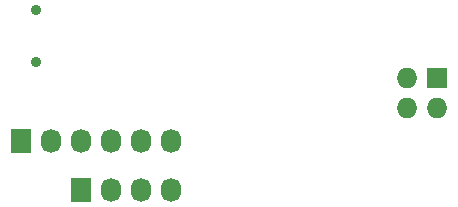
<source format=gbs>
G04 #@! TF.FileFunction,Soldermask,Bot*
%FSLAX46Y46*%
G04 Gerber Fmt 4.6, Leading zero omitted, Abs format (unit mm)*
G04 Created by KiCad (PCBNEW (after 2015-mar-04 BZR unknown)-product) date Sat 21 Nov 2015 03:19:33 PM EST*
%MOMM*%
G01*
G04 APERTURE LIST*
%ADD10C,0.150000*%
%ADD11C,0.899160*%
%ADD12R,1.727200X2.032000*%
%ADD13O,1.727200X2.032000*%
%ADD14R,1.727200X1.727200*%
%ADD15O,1.727200X1.727200*%
G04 APERTURE END LIST*
D10*
D11*
X149821900Y-88478360D03*
X149821900Y-92877640D03*
D12*
X148590000Y-99568000D03*
D13*
X151130000Y-99568000D03*
X153670000Y-99568000D03*
X156210000Y-99568000D03*
X158750000Y-99568000D03*
X161290000Y-99568000D03*
D12*
X153670000Y-103759000D03*
D13*
X156210000Y-103759000D03*
X158750000Y-103759000D03*
X161290000Y-103759000D03*
D14*
X183769000Y-94234000D03*
D15*
X183769000Y-96774000D03*
X181229000Y-94234000D03*
X181229000Y-96774000D03*
M02*

</source>
